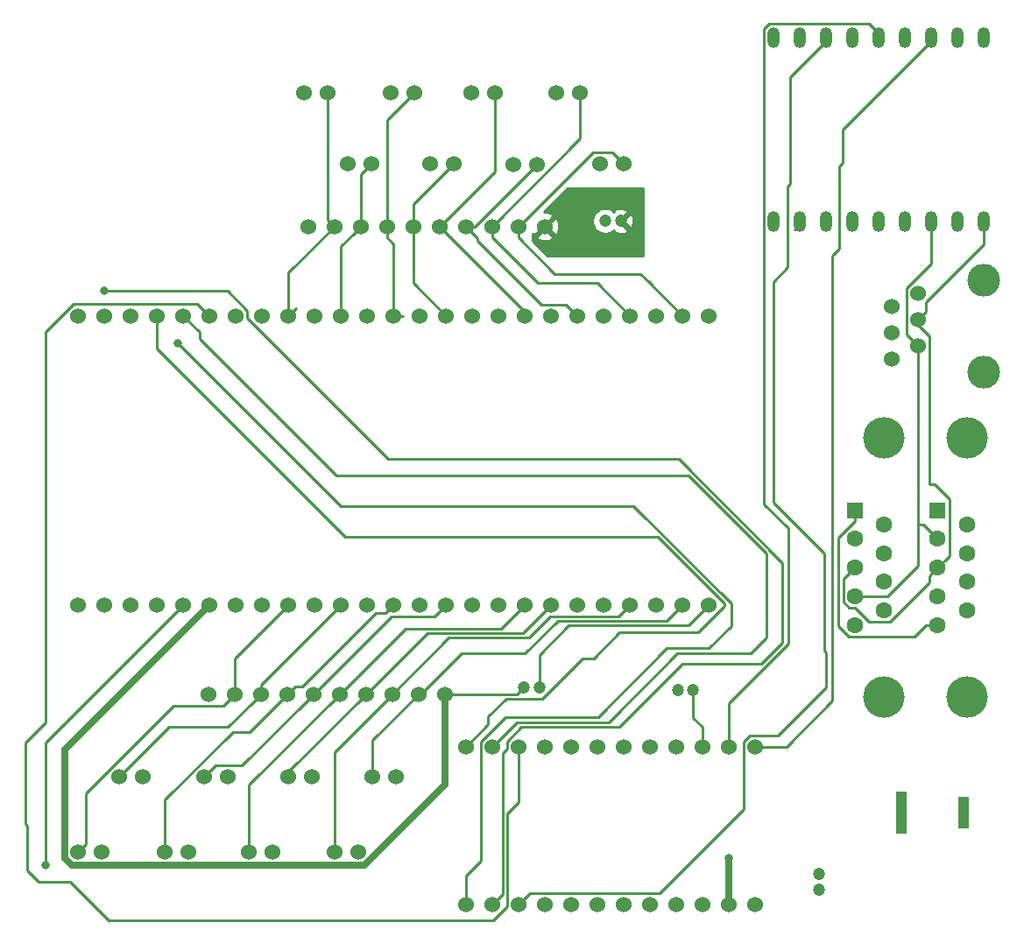
<source format=gbr>
G04 #@! TF.GenerationSoftware,KiCad,Pcbnew,(5.1.2-1)-1*
G04 #@! TF.CreationDate,2019-06-25T12:11:00-04:00*
G04 #@! TF.ProjectId,temperature board,74656d70-6572-4617-9475-726520626f61,v01*
G04 #@! TF.SameCoordinates,Original*
G04 #@! TF.FileFunction,Copper,L1,Top*
G04 #@! TF.FilePolarity,Positive*
%FSLAX46Y46*%
G04 Gerber Fmt 4.6, Leading zero omitted, Abs format (unit mm)*
G04 Created by KiCad (PCBNEW (5.1.2-1)-1) date 2019-06-25 12:11:00*
%MOMM*%
%LPD*%
G04 APERTURE LIST*
%ADD10C,1.524000*%
%ADD11C,1.600000*%
%ADD12C,4.000000*%
%ADD13R,1.600000X1.600000*%
%ADD14O,1.200000X2.000000*%
%ADD15R,1.100000X4.100000*%
%ADD16R,1.000000X3.100000*%
%ADD17C,3.175000*%
%ADD18C,1.200000*%
%ADD19C,0.800000*%
%ADD20C,0.635000*%
%ADD21C,0.250000*%
%ADD22C,0.254000*%
G04 APERTURE END LIST*
D10*
X106172000Y-92329000D03*
X108712000Y-92329000D03*
X111252000Y-92329000D03*
X113792000Y-92329000D03*
X116332000Y-92329000D03*
X118872000Y-92329000D03*
X121412000Y-92329000D03*
X123952000Y-92329000D03*
X126492000Y-92329000D03*
X129032000Y-92329000D03*
X131572000Y-92329000D03*
X134112000Y-92329000D03*
X136652000Y-92329000D03*
X139192000Y-92329000D03*
X141732000Y-92329000D03*
X144272000Y-92329000D03*
X146812000Y-92329000D03*
X149352000Y-92329000D03*
X151892000Y-92329000D03*
X154432000Y-92329000D03*
X156972000Y-92329000D03*
X159512000Y-92329000D03*
X162052000Y-92329000D03*
X106172000Y-64389000D03*
X108712000Y-64389000D03*
X111252000Y-64389000D03*
X113792000Y-64389000D03*
X116332000Y-64389000D03*
X118872000Y-64389000D03*
X121412000Y-64389000D03*
X123952000Y-64389000D03*
X126492000Y-64389000D03*
X129032000Y-64389000D03*
X131572000Y-64389000D03*
X134112000Y-64389000D03*
X136652000Y-64389000D03*
X139192000Y-64389000D03*
X141732000Y-64389000D03*
X144272000Y-64389000D03*
X146812000Y-64389000D03*
X149352000Y-64389000D03*
X151892000Y-64389000D03*
X154432000Y-64389000D03*
X156972000Y-64389000D03*
X159512000Y-64389000D03*
X162052000Y-64389000D03*
X167132000Y-64389000D03*
X164592000Y-64389000D03*
X167132000Y-92329000D03*
X164592000Y-92329000D03*
X136906000Y-108966000D03*
X134620000Y-108966000D03*
D11*
X181230000Y-88725000D03*
X181230000Y-91495000D03*
X184070000Y-87340000D03*
X181230000Y-85955000D03*
D12*
X184070000Y-76225000D03*
D11*
X184070000Y-84570000D03*
D13*
X181230000Y-83185000D03*
D11*
X181230000Y-94265000D03*
X184070000Y-90110000D03*
D12*
X184070000Y-101225000D03*
D11*
X184070000Y-92880000D03*
D12*
X192070000Y-76225000D03*
X192070000Y-101225000D03*
D11*
X192070000Y-92880000D03*
X192070000Y-90110000D03*
X192070000Y-87340000D03*
X192070000Y-84570000D03*
X189230000Y-94265000D03*
X189230000Y-91495000D03*
X189230000Y-88725000D03*
X189230000Y-85955000D03*
D13*
X189230000Y-83185000D03*
D14*
X173355000Y-37465000D03*
X173355000Y-55245000D03*
X175895000Y-37465000D03*
X175895000Y-55245000D03*
X178435000Y-37465000D03*
X178435000Y-55245000D03*
X180975000Y-37465000D03*
X180975000Y-55245000D03*
X183515000Y-37465000D03*
X183515000Y-55245000D03*
X186055000Y-37465000D03*
X186055000Y-55245000D03*
X188595000Y-37465000D03*
X188595000Y-55245000D03*
X191135000Y-37465000D03*
X191135000Y-55245000D03*
X193675000Y-37465000D03*
X193675000Y-55245000D03*
D15*
X185770000Y-112395000D03*
D16*
X191770000Y-112395000D03*
D10*
X156591000Y-49657000D03*
X158877000Y-49657000D03*
X171577000Y-121285000D03*
X169037000Y-121285000D03*
X166497000Y-121285000D03*
X163957000Y-121285000D03*
X161417000Y-121285000D03*
X158877000Y-121285000D03*
X156337000Y-121285000D03*
X153797000Y-121285000D03*
X151257000Y-121285000D03*
X148717000Y-121285000D03*
X146177000Y-121285000D03*
X146177000Y-106045000D03*
X148717000Y-106045000D03*
X151257000Y-106045000D03*
X153797000Y-106045000D03*
X156337000Y-106045000D03*
X158877000Y-106045000D03*
X161417000Y-106045000D03*
X163957000Y-106045000D03*
X166497000Y-106045000D03*
X169037000Y-106045000D03*
X171577000Y-106045000D03*
X143637000Y-121285000D03*
X143637000Y-106045000D03*
X140208000Y-49657000D03*
X142494000Y-49657000D03*
X118745000Y-100965000D03*
X121285000Y-100965000D03*
X123825000Y-100965000D03*
X126365000Y-100965000D03*
X128905000Y-100965000D03*
X131445000Y-100965000D03*
X133985000Y-100965000D03*
X136525000Y-100965000D03*
X139065000Y-100965000D03*
X141605000Y-100965000D03*
X128397000Y-55753000D03*
X130937000Y-55753000D03*
X133477000Y-55753000D03*
X136017000Y-55753000D03*
X138557000Y-55753000D03*
X141097000Y-55753000D03*
X143637000Y-55753000D03*
X146177000Y-55753000D03*
X148717000Y-55753000D03*
X151257000Y-55753000D03*
X124968000Y-116205000D03*
X122682000Y-116205000D03*
X133223000Y-116205000D03*
X130937000Y-116205000D03*
X120650000Y-108966000D03*
X118364000Y-108966000D03*
X132207000Y-49657000D03*
X134493000Y-49657000D03*
X148209000Y-49784000D03*
X150495000Y-49784000D03*
D17*
X193675000Y-69850000D03*
X193675000Y-60960000D03*
D10*
X187325000Y-67310000D03*
X184785000Y-68580000D03*
X184785000Y-66040000D03*
X187325000Y-64770000D03*
X184785000Y-63500000D03*
X187325000Y-62230000D03*
X108458000Y-116205000D03*
X106172000Y-116205000D03*
X112395000Y-108966000D03*
X110109000Y-108966000D03*
X116840000Y-116205000D03*
X114554000Y-116205000D03*
X128778000Y-108966000D03*
X126492000Y-108966000D03*
X128016000Y-42799000D03*
X130302000Y-42799000D03*
X136398000Y-42799000D03*
X138684000Y-42799000D03*
X144145000Y-42799000D03*
X146431000Y-42799000D03*
X152400000Y-42799000D03*
X154686000Y-42799000D03*
D18*
X177800000Y-119864000D03*
X177800000Y-118364000D03*
X165608000Y-100584000D03*
X164108000Y-100584000D03*
X157097600Y-55219600D03*
X158597600Y-55219600D03*
X149225000Y-100330000D03*
X150725000Y-100330000D03*
D19*
X169037000Y-116840000D03*
X102997000Y-117475000D03*
X115824000Y-67056000D03*
X108712000Y-61976000D03*
D20*
X186055000Y-54845000D02*
X186055000Y-55245000D01*
D21*
X191770000Y-112395000D02*
X191770000Y-111345000D01*
X181230000Y-84235000D02*
X181230000Y-83185000D01*
X179654989Y-85810011D02*
X181230000Y-84235000D01*
X179654989Y-94354991D02*
X179654989Y-85810011D01*
X180689999Y-95390001D02*
X179654989Y-94354991D01*
X186973629Y-95390001D02*
X180689999Y-95390001D01*
X188098630Y-94265000D02*
X186973629Y-95390001D01*
X189230000Y-94265000D02*
X188098630Y-94265000D01*
X150725000Y-100330000D02*
X150725000Y-97179000D01*
X150725000Y-97179000D02*
X153587979Y-94316021D01*
X165144979Y-94316021D02*
X167132000Y-92329000D01*
X153587979Y-94316021D02*
X165144979Y-94316021D01*
D20*
X169037000Y-121285000D02*
X169037000Y-116840000D01*
D21*
X165608000Y-103251000D02*
X166497000Y-104140000D01*
X165608000Y-100584000D02*
X165608000Y-103251000D01*
X166497000Y-106045000D02*
X166497000Y-104140000D01*
X148590000Y-100965000D02*
X149225000Y-100330000D01*
X141605000Y-100965000D02*
X148590000Y-100965000D01*
D20*
X118110001Y-93090999D02*
X118872000Y-92329000D01*
X104892499Y-106308501D02*
X118110001Y-93090999D01*
X104892499Y-116819161D02*
X104892499Y-106308501D01*
X105557839Y-117484501D02*
X104892499Y-116819161D01*
X133837161Y-117484501D02*
X105557839Y-117484501D01*
X141605000Y-109716662D02*
X133837161Y-117484501D01*
X141605000Y-100965000D02*
X141605000Y-109716662D01*
D21*
X158115001Y-48895001D02*
X158877000Y-49657000D01*
X157789999Y-48569999D02*
X158115001Y-48895001D01*
X155900001Y-48569999D02*
X157789999Y-48569999D01*
X148717000Y-55753000D02*
X155900001Y-48569999D01*
X148717000Y-56830630D02*
X152211370Y-60325000D01*
X148717000Y-55753000D02*
X148717000Y-56830630D01*
X152211370Y-60325000D02*
X160528000Y-60325000D01*
X164592000Y-64389000D02*
X161226500Y-61023500D01*
X160528000Y-60325000D02*
X161226500Y-61023500D01*
X161226500Y-61023500D02*
X161035999Y-60832999D01*
X154686000Y-47244000D02*
X154686000Y-42799000D01*
X146177000Y-55753000D02*
X154686000Y-47244000D01*
X156337000Y-61214000D02*
X159512000Y-64389000D01*
X150560370Y-61214000D02*
X156337000Y-61214000D01*
X146177000Y-56830630D02*
X150560370Y-61214000D01*
X146177000Y-55753000D02*
X146177000Y-56830630D01*
X144272000Y-56388000D02*
X143637000Y-55753000D01*
X144526000Y-55753000D02*
X143637000Y-55753000D01*
X150495000Y-49784000D02*
X144526000Y-55753000D01*
X144724001Y-56840001D02*
X144724001Y-57094001D01*
X143637000Y-55753000D02*
X144724001Y-56840001D01*
X153344999Y-63301999D02*
X153670001Y-63627001D01*
X153670001Y-63627001D02*
X154432000Y-64389000D01*
X150931999Y-63301999D02*
X153344999Y-63301999D01*
X144724001Y-57094001D02*
X150931999Y-63301999D01*
X146431000Y-50419000D02*
X146431000Y-42799000D01*
X141097000Y-55753000D02*
X146431000Y-50419000D01*
X149352000Y-64008000D02*
X149352000Y-64389000D01*
X141097000Y-55753000D02*
X149352000Y-64008000D01*
X138557000Y-53594000D02*
X138557000Y-55753000D01*
X142494000Y-49657000D02*
X138557000Y-53594000D01*
X138557000Y-56134000D02*
X138557000Y-55753000D01*
X138557000Y-61214000D02*
X141732000Y-64389000D01*
X138557000Y-55753000D02*
X138557000Y-61214000D01*
X136017000Y-45466000D02*
X136017000Y-55753000D01*
X138684000Y-42799000D02*
X136017000Y-45466000D01*
X136652000Y-64389000D02*
X137583238Y-64389000D01*
X136652000Y-63311370D02*
X136652000Y-64389000D01*
X136652000Y-57465630D02*
X136652000Y-63311370D01*
X136017000Y-56830630D02*
X136652000Y-57465630D01*
X136017000Y-55753000D02*
X136017000Y-56830630D01*
X133477000Y-50673000D02*
X134493000Y-49657000D01*
X133477000Y-55753000D02*
X133477000Y-50673000D01*
X132715001Y-56514999D02*
X133477000Y-55753000D01*
X131572000Y-57658000D02*
X133477000Y-55753000D01*
X131572000Y-64389000D02*
X131572000Y-57658000D01*
X127253999Y-63627001D02*
X126492000Y-64389000D01*
X130302000Y-55118000D02*
X130937000Y-55753000D01*
X130302000Y-42799000D02*
X130302000Y-55118000D01*
X126492000Y-60198000D02*
X130937000Y-55753000D01*
X126492000Y-64389000D02*
X126492000Y-60198000D01*
X102997000Y-105664000D02*
X102997000Y-117475000D01*
X116332000Y-92329000D02*
X102997000Y-105664000D01*
X120523001Y-101726999D02*
X121285000Y-100965000D01*
X120197999Y-102052001D02*
X120523001Y-101726999D01*
X115414237Y-102052001D02*
X120197999Y-102052001D01*
X106933999Y-115443001D02*
X106933999Y-110532239D01*
X106933999Y-110532239D02*
X115414237Y-102052001D01*
X106172000Y-116205000D02*
X106933999Y-115443001D01*
X121285000Y-97536000D02*
X126492000Y-92329000D01*
X121285000Y-100965000D02*
X121285000Y-97536000D01*
X120650000Y-104140000D02*
X123063001Y-101726999D01*
X123063001Y-101726999D02*
X123825000Y-100965000D01*
X114935000Y-104140000D02*
X120650000Y-104140000D01*
X110109000Y-108966000D02*
X114935000Y-104140000D01*
X123825000Y-100076000D02*
X123825000Y-100965000D01*
X131572000Y-92329000D02*
X123825000Y-100076000D01*
X114554000Y-111167238D02*
X114554000Y-115127370D01*
X114554000Y-115127370D02*
X114554000Y-116205000D01*
X121131228Y-104590010D02*
X114554000Y-111167238D01*
X122739990Y-104590010D02*
X121131228Y-104590010D01*
X126365000Y-100965000D02*
X122739990Y-104590010D01*
X135890001Y-93090999D02*
X136652000Y-92329000D01*
X134958763Y-93090999D02*
X135890001Y-93090999D01*
X127846761Y-100203001D02*
X134958763Y-93090999D01*
X127126999Y-100203001D02*
X127846761Y-100203001D01*
X126365000Y-100965000D02*
X127126999Y-100203001D01*
X128143001Y-101726999D02*
X128905000Y-100965000D01*
X121991001Y-107878999D02*
X128143001Y-101726999D01*
X119451001Y-107878999D02*
X121991001Y-107878999D01*
X118364000Y-108966000D02*
X119451001Y-107878999D01*
X140970001Y-93090999D02*
X141732000Y-92329000D01*
X140644999Y-93416001D02*
X140970001Y-93090999D01*
X136453999Y-93416001D02*
X140644999Y-93416001D01*
X128905000Y-100965000D02*
X136453999Y-93416001D01*
X122682000Y-109728000D02*
X122682000Y-116205000D01*
X131445000Y-100965000D02*
X122682000Y-109728000D01*
X147066000Y-94615000D02*
X148590001Y-93090999D01*
X137795000Y-94615000D02*
X147066000Y-94615000D01*
X148590001Y-93090999D02*
X149352000Y-92329000D01*
X131445000Y-100965000D02*
X137795000Y-94615000D01*
X134746999Y-100203001D02*
X133985000Y-100965000D01*
X139884990Y-95065010D02*
X134746999Y-100203001D01*
X149155990Y-95065010D02*
X139884990Y-95065010D01*
X151892000Y-92329000D02*
X149155990Y-95065010D01*
X126492000Y-108458000D02*
X126492000Y-108966000D01*
X133985000Y-100965000D02*
X126492000Y-108458000D01*
X147629999Y-112466001D02*
X148717000Y-111379000D01*
X147629999Y-121440763D02*
X147629999Y-112466001D01*
X109106011Y-122822011D02*
X146248751Y-122822011D01*
X105410000Y-119126000D02*
X109106011Y-122822011D01*
X101219000Y-117983000D02*
X102362000Y-119126000D01*
X101219000Y-113665000D02*
X101219000Y-117983000D01*
X146248751Y-122822011D02*
X147629999Y-121440763D01*
X101092000Y-113538000D02*
X101219000Y-113665000D01*
X103052999Y-65899239D02*
X103052999Y-103703001D01*
X118872000Y-64389000D02*
X117678200Y-63195200D01*
X117678200Y-63195200D02*
X105757038Y-63195200D01*
X105757038Y-63195200D02*
X103052999Y-65899239D01*
X148717000Y-111379000D02*
X148717000Y-106045000D01*
X102362000Y-119126000D02*
X105410000Y-119126000D01*
X103052999Y-103703001D02*
X101092000Y-105664000D01*
X101092000Y-105664000D02*
X101092000Y-113538000D01*
X146177000Y-106045000D02*
X148532010Y-103689990D01*
X116332000Y-64389000D02*
X117919500Y-65976500D01*
X117919500Y-65976500D02*
X117919500Y-66611500D01*
X117919500Y-66611500D02*
X131147914Y-79839914D01*
X156547914Y-79839914D02*
X156888086Y-79839914D01*
X131147914Y-79839914D02*
X156547914Y-79839914D01*
X165183914Y-79839914D02*
X156547914Y-79839914D01*
X172720000Y-87376000D02*
X165183914Y-79839914D01*
X172720000Y-95504000D02*
X172720000Y-87376000D01*
X171196000Y-97028000D02*
X171704000Y-96520000D01*
X164084000Y-97028000D02*
X171196000Y-97028000D01*
X171704000Y-96520000D02*
X172720000Y-95504000D01*
X157422010Y-103689990D02*
X157861000Y-103251000D01*
X157295010Y-103689990D02*
X157422010Y-103689990D01*
X157537990Y-103574010D02*
X157861000Y-103251000D01*
X157861000Y-103251000D02*
X164084000Y-97028000D01*
X148532010Y-103689990D02*
X157295010Y-103689990D01*
X130937000Y-106553000D02*
X136525000Y-100965000D01*
X130937000Y-116205000D02*
X130937000Y-106553000D01*
X158750001Y-93090999D02*
X159512000Y-92329000D01*
X158424999Y-93416001D02*
X158750001Y-93090999D01*
X149720570Y-95515020D02*
X151819589Y-93416001D01*
X151819589Y-93416001D02*
X158424999Y-93416001D01*
X141974980Y-95515020D02*
X149720570Y-95515020D01*
X136525000Y-100965000D02*
X141974980Y-95515020D01*
X143637000Y-106045000D02*
X145796000Y-103886000D01*
X145796000Y-103886000D02*
X145796000Y-103124000D01*
X147504990Y-101415010D02*
X148151010Y-101415010D01*
X145796000Y-103124000D02*
X147504990Y-101415010D01*
X151008997Y-101415005D02*
X154940000Y-97484002D01*
X148151010Y-101415010D02*
X151008997Y-101415005D01*
X154940000Y-97484002D02*
X156007998Y-97484002D01*
X156007998Y-97484002D02*
X158496000Y-94996000D01*
X166073762Y-94996000D02*
X168613762Y-92456000D01*
X158496000Y-94996000D02*
X166073762Y-94996000D01*
X168613762Y-92456000D02*
X168613762Y-92202000D01*
X113792000Y-64389000D02*
X113792000Y-67564000D01*
X131974119Y-85746119D02*
X162157881Y-85746119D01*
X113792000Y-67564000D02*
X131974119Y-85746119D01*
X168613762Y-92202000D02*
X162157881Y-85746119D01*
X143637000Y-118491000D02*
X143637000Y-121285000D01*
X145089999Y-117038001D02*
X143637000Y-118491000D01*
X145089999Y-105523239D02*
X145089999Y-117038001D01*
X163068000Y-96520000D02*
X156406010Y-103181990D01*
X115824000Y-67056000D02*
X131572000Y-82804000D01*
X169270586Y-92222414D02*
X169270586Y-94381414D01*
X156406010Y-103181990D02*
X147431248Y-103181990D01*
X131572000Y-82804000D02*
X159852172Y-82804000D01*
X159852172Y-82804000D02*
X169270586Y-92222414D01*
X147431248Y-103181990D02*
X145089999Y-105523239D01*
X169270586Y-94381414D02*
X167132000Y-96520000D01*
X167132000Y-96520000D02*
X163068000Y-96520000D01*
X143256000Y-97028000D02*
X139700000Y-100584000D01*
X148844000Y-97028000D02*
X143256000Y-97028000D01*
X134620000Y-105410000D02*
X134620000Y-108966000D01*
X139065000Y-100965000D02*
X134620000Y-105410000D01*
X148844000Y-97028000D02*
X149352000Y-97028000D01*
X163054989Y-93866011D02*
X163830001Y-93090999D01*
X152513989Y-93866011D02*
X163054989Y-93866011D01*
X163830001Y-93090999D02*
X164592000Y-92329000D01*
X149352000Y-97028000D02*
X152513989Y-93866011D01*
X147629999Y-105523239D02*
X149013238Y-104140000D01*
X147629999Y-106200763D02*
X147629999Y-105523239D01*
X147179989Y-106650773D02*
X147629999Y-106200763D01*
X146177000Y-121285000D02*
X147179989Y-120282011D01*
X147179989Y-120282011D02*
X147179989Y-106650773D01*
X149013238Y-104140000D02*
X158496000Y-104140000D01*
X158496000Y-104140000D02*
X164592000Y-98044000D01*
X164592000Y-98044000D02*
X172212000Y-98044000D01*
X172212000Y-98044000D02*
X174244000Y-96012000D01*
X174244000Y-88263590D02*
X164212410Y-78232000D01*
X174244000Y-96012000D02*
X174244000Y-88263590D01*
X122499001Y-63867239D02*
X120607762Y-61976000D01*
X122499001Y-64587001D02*
X122499001Y-63867239D01*
X164212410Y-78232000D02*
X136144000Y-78232000D01*
X136144000Y-78232000D02*
X122499001Y-64587001D01*
X120607762Y-61976000D02*
X108712000Y-61976000D01*
X188412001Y-66365001D02*
X188412001Y-80689999D01*
X187325000Y-65278000D02*
X188412001Y-66365001D01*
X188086999Y-64008001D02*
X187325000Y-64770000D01*
X188086999Y-63076763D02*
X188086999Y-64008001D01*
X193675000Y-57488762D02*
X188086999Y-63076763D01*
X193675000Y-55245000D02*
X193675000Y-57488762D01*
X190029999Y-87925001D02*
X189230000Y-88725000D01*
X190355001Y-87599999D02*
X190029999Y-87925001D01*
X190355001Y-82124999D02*
X190355001Y-87599999D01*
X188920001Y-80689999D02*
X190355001Y-82124999D01*
X188412001Y-80689999D02*
X188920001Y-80689999D01*
X180430001Y-89524999D02*
X181230000Y-88725000D01*
X180104999Y-92035001D02*
X180104999Y-89850001D01*
X180689999Y-92620001D02*
X180104999Y-92035001D01*
X181250003Y-92620001D02*
X180689999Y-92620001D01*
X182635003Y-94005001D02*
X181250003Y-92620001D01*
X184610001Y-94005001D02*
X182635003Y-94005001D01*
X180104999Y-89850001D02*
X180430001Y-89524999D01*
X188430001Y-90185001D02*
X184610001Y-94005001D01*
X188430001Y-89524999D02*
X188430001Y-90185001D01*
X189230000Y-88725000D02*
X188430001Y-89524999D01*
X187325000Y-84558000D02*
X187325000Y-67818000D01*
X186237999Y-66222999D02*
X186563001Y-66548001D01*
X186237999Y-61708239D02*
X186237999Y-66222999D01*
X188595000Y-59351238D02*
X186237999Y-61708239D01*
X186563001Y-66548001D02*
X187325000Y-67310000D01*
X188595000Y-55245000D02*
X188595000Y-59351238D01*
X187833000Y-84558000D02*
X189230000Y-85955000D01*
X187325000Y-84558000D02*
X187833000Y-84558000D01*
X182361370Y-91495000D02*
X181230000Y-91495000D01*
X184350002Y-91495000D02*
X182361370Y-91495000D01*
X187325000Y-88520002D02*
X184350002Y-91495000D01*
X187325000Y-84558000D02*
X187325000Y-88520002D01*
X180049990Y-46410010D02*
X188595000Y-37865000D01*
X174625000Y-106045000D02*
X179070000Y-101600000D01*
X171577000Y-106045000D02*
X174625000Y-106045000D01*
X188595000Y-37865000D02*
X188595000Y-37465000D01*
X179705000Y-49965980D02*
X180049990Y-49620990D01*
X179705000Y-57912000D02*
X179705000Y-49965980D01*
X179070000Y-58547000D02*
X179705000Y-57912000D01*
X179070000Y-101600000D02*
X179070000Y-58547000D01*
X180049990Y-49620990D02*
X180049990Y-46410010D01*
X183515000Y-37465000D02*
X183515000Y-37065000D01*
X182589990Y-36139990D02*
X172971849Y-36139990D01*
X172971849Y-36139990D02*
X172429990Y-36681849D01*
X183515000Y-37065000D02*
X182589990Y-36139990D01*
X172429990Y-36681849D02*
X172429990Y-82586010D01*
X169037000Y-101855410D02*
X174779490Y-96112920D01*
X174779490Y-96112920D02*
X174779490Y-84935510D01*
X169037000Y-106045000D02*
X169037000Y-101855410D01*
X174779490Y-84935510D02*
X172429990Y-82586010D01*
X148717000Y-121285000D02*
X149804001Y-120197999D01*
X161742001Y-120197999D02*
X161977001Y-120197999D01*
X149804001Y-120197999D02*
X161742001Y-120197999D01*
X161742001Y-120197999D02*
X162377001Y-120197999D01*
X162377001Y-120197999D02*
X170489999Y-112085001D01*
X174969990Y-41330010D02*
X178435000Y-37865000D01*
X178435000Y-37865000D02*
X178435000Y-37465000D01*
X178435000Y-96901000D02*
X178308000Y-96774000D01*
X178308000Y-87376000D02*
X173355000Y-82423000D01*
X171055239Y-104957999D02*
X173807001Y-104957999D01*
X178308000Y-96774000D02*
X178308000Y-87376000D01*
X178435000Y-100330000D02*
X178435000Y-96901000D01*
X170489999Y-112085001D02*
X170489999Y-105523239D01*
X170489999Y-105523239D02*
X171055239Y-104957999D01*
X173807001Y-104957999D02*
X178435000Y-100330000D01*
X174752000Y-51870980D02*
X174969990Y-51652990D01*
X174752000Y-59690000D02*
X174752000Y-51870980D01*
X173355000Y-61087000D02*
X174752000Y-59690000D01*
X173355000Y-82423000D02*
X173355000Y-61087000D01*
X174969990Y-51652990D02*
X174969990Y-41330010D01*
X175368000Y-56007000D02*
X175768000Y-56007000D01*
D22*
G36*
X160782000Y-58547000D02*
G01*
X151508172Y-58547000D01*
X150114000Y-57152829D01*
X150114000Y-56718565D01*
X150471040Y-56718565D01*
X150538020Y-56958656D01*
X150787048Y-57075756D01*
X151054135Y-57142023D01*
X151329017Y-57154910D01*
X151601133Y-57113922D01*
X151860023Y-57020636D01*
X151975980Y-56958656D01*
X152042960Y-56718565D01*
X151257000Y-55932605D01*
X150471040Y-56718565D01*
X150114000Y-56718565D01*
X150114000Y-56489460D01*
X150291435Y-56538960D01*
X151077395Y-55753000D01*
X151436605Y-55753000D01*
X152222565Y-56538960D01*
X152462656Y-56471980D01*
X152579756Y-56222952D01*
X152646023Y-55955865D01*
X152658910Y-55680983D01*
X152617922Y-55408867D01*
X152524636Y-55149977D01*
X152496835Y-55097963D01*
X155862600Y-55097963D01*
X155862600Y-55341237D01*
X155910060Y-55579836D01*
X156003157Y-55804592D01*
X156138313Y-56006867D01*
X156310333Y-56178887D01*
X156512608Y-56314043D01*
X156737364Y-56407140D01*
X156975963Y-56454600D01*
X157219237Y-56454600D01*
X157457836Y-56407140D01*
X157682592Y-56314043D01*
X157884867Y-56178887D01*
X157939133Y-56124621D01*
X157974748Y-56292948D01*
X158196116Y-56393837D01*
X158432913Y-56449600D01*
X158676038Y-56458095D01*
X158916149Y-56418995D01*
X159144018Y-56333802D01*
X159220452Y-56292948D01*
X159267759Y-56069364D01*
X158597600Y-55399205D01*
X158583458Y-55413348D01*
X158403853Y-55233743D01*
X158417995Y-55219600D01*
X158777205Y-55219600D01*
X159447364Y-55889759D01*
X159670948Y-55842452D01*
X159771837Y-55621084D01*
X159827600Y-55384287D01*
X159836095Y-55141162D01*
X159796995Y-54901051D01*
X159711802Y-54673182D01*
X159670948Y-54596748D01*
X159447364Y-54549441D01*
X158777205Y-55219600D01*
X158417995Y-55219600D01*
X158403853Y-55205458D01*
X158583458Y-55025853D01*
X158597600Y-55039995D01*
X159267759Y-54369836D01*
X159220452Y-54146252D01*
X158999084Y-54045363D01*
X158762287Y-53989600D01*
X158519162Y-53981105D01*
X158279051Y-54020205D01*
X158051182Y-54105398D01*
X157974748Y-54146252D01*
X157939133Y-54314579D01*
X157884867Y-54260313D01*
X157682592Y-54125157D01*
X157457836Y-54032060D01*
X157219237Y-53984600D01*
X156975963Y-53984600D01*
X156737364Y-54032060D01*
X156512608Y-54125157D01*
X156310333Y-54260313D01*
X156138313Y-54432333D01*
X156003157Y-54634608D01*
X155910060Y-54859364D01*
X155862600Y-55097963D01*
X152496835Y-55097963D01*
X152462656Y-55034020D01*
X152222565Y-54967040D01*
X151436605Y-55753000D01*
X151077395Y-55753000D01*
X151063253Y-55738858D01*
X151242858Y-55559253D01*
X151257000Y-55573395D01*
X152042960Y-54787435D01*
X151975980Y-54547344D01*
X151726952Y-54430244D01*
X151459865Y-54363977D01*
X151193321Y-54351481D01*
X153474802Y-52070000D01*
X160782000Y-52070000D01*
X160782000Y-58547000D01*
X160782000Y-58547000D01*
G37*
X160782000Y-58547000D02*
X151508172Y-58547000D01*
X150114000Y-57152829D01*
X150114000Y-56718565D01*
X150471040Y-56718565D01*
X150538020Y-56958656D01*
X150787048Y-57075756D01*
X151054135Y-57142023D01*
X151329017Y-57154910D01*
X151601133Y-57113922D01*
X151860023Y-57020636D01*
X151975980Y-56958656D01*
X152042960Y-56718565D01*
X151257000Y-55932605D01*
X150471040Y-56718565D01*
X150114000Y-56718565D01*
X150114000Y-56489460D01*
X150291435Y-56538960D01*
X151077395Y-55753000D01*
X151436605Y-55753000D01*
X152222565Y-56538960D01*
X152462656Y-56471980D01*
X152579756Y-56222952D01*
X152646023Y-55955865D01*
X152658910Y-55680983D01*
X152617922Y-55408867D01*
X152524636Y-55149977D01*
X152496835Y-55097963D01*
X155862600Y-55097963D01*
X155862600Y-55341237D01*
X155910060Y-55579836D01*
X156003157Y-55804592D01*
X156138313Y-56006867D01*
X156310333Y-56178887D01*
X156512608Y-56314043D01*
X156737364Y-56407140D01*
X156975963Y-56454600D01*
X157219237Y-56454600D01*
X157457836Y-56407140D01*
X157682592Y-56314043D01*
X157884867Y-56178887D01*
X157939133Y-56124621D01*
X157974748Y-56292948D01*
X158196116Y-56393837D01*
X158432913Y-56449600D01*
X158676038Y-56458095D01*
X158916149Y-56418995D01*
X159144018Y-56333802D01*
X159220452Y-56292948D01*
X159267759Y-56069364D01*
X158597600Y-55399205D01*
X158583458Y-55413348D01*
X158403853Y-55233743D01*
X158417995Y-55219600D01*
X158777205Y-55219600D01*
X159447364Y-55889759D01*
X159670948Y-55842452D01*
X159771837Y-55621084D01*
X159827600Y-55384287D01*
X159836095Y-55141162D01*
X159796995Y-54901051D01*
X159711802Y-54673182D01*
X159670948Y-54596748D01*
X159447364Y-54549441D01*
X158777205Y-55219600D01*
X158417995Y-55219600D01*
X158403853Y-55205458D01*
X158583458Y-55025853D01*
X158597600Y-55039995D01*
X159267759Y-54369836D01*
X159220452Y-54146252D01*
X158999084Y-54045363D01*
X158762287Y-53989600D01*
X158519162Y-53981105D01*
X158279051Y-54020205D01*
X158051182Y-54105398D01*
X157974748Y-54146252D01*
X157939133Y-54314579D01*
X157884867Y-54260313D01*
X157682592Y-54125157D01*
X157457836Y-54032060D01*
X157219237Y-53984600D01*
X156975963Y-53984600D01*
X156737364Y-54032060D01*
X156512608Y-54125157D01*
X156310333Y-54260313D01*
X156138313Y-54432333D01*
X156003157Y-54634608D01*
X155910060Y-54859364D01*
X155862600Y-55097963D01*
X152496835Y-55097963D01*
X152462656Y-55034020D01*
X152222565Y-54967040D01*
X151436605Y-55753000D01*
X151077395Y-55753000D01*
X151063253Y-55738858D01*
X151242858Y-55559253D01*
X151257000Y-55573395D01*
X152042960Y-54787435D01*
X151975980Y-54547344D01*
X151726952Y-54430244D01*
X151459865Y-54363977D01*
X151193321Y-54351481D01*
X153474802Y-52070000D01*
X160782000Y-52070000D01*
X160782000Y-58547000D01*
M02*

</source>
